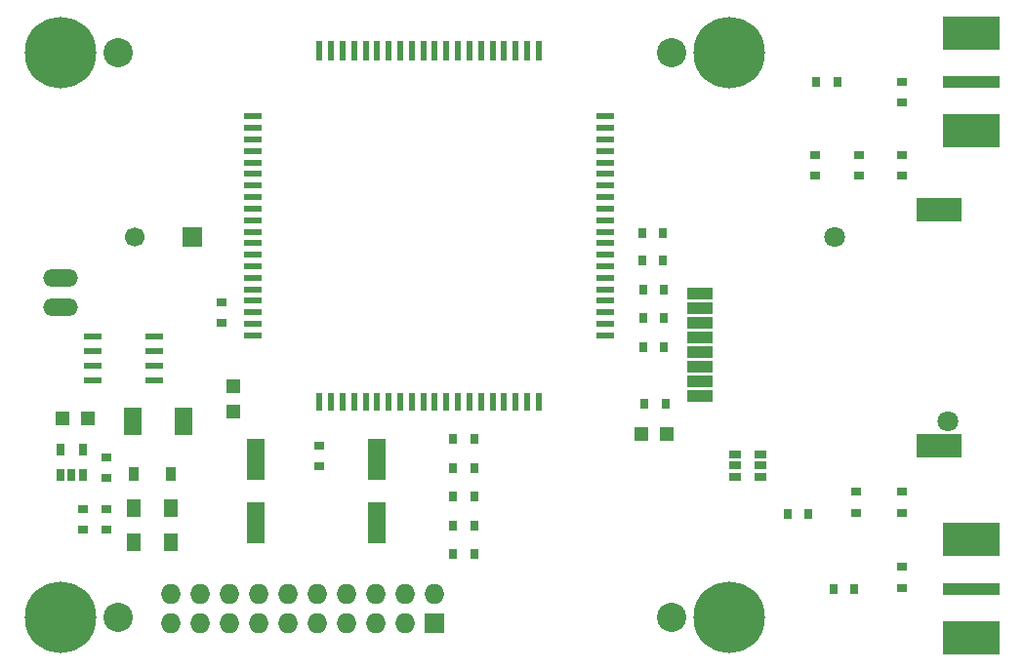
<source format=gts>
G04 #@! TF.FileFunction,Soldermask,Top*
%FSLAX46Y46*%
G04 Gerber Fmt 4.6, Leading zero omitted, Abs format (unit mm)*
G04 Created by KiCad (PCBNEW 4.0.0-rc1-stable) date 10/26/2015 1:25:44 PM*
%MOMM*%
G01*
G04 APERTURE LIST*
%ADD10C,0.100000*%
%ADD11C,6.200000*%
%ADD12R,0.900000X0.700000*%
%ADD13R,1.727200X1.727200*%
%ADD14O,1.727200X1.727200*%
%ADD15R,0.700000X0.900000*%
%ADD16R,0.800000X0.900000*%
%ADD17R,0.900000X0.800000*%
%ADD18R,1.200000X1.600000*%
%ADD19R,1.200000X1.250000*%
%ADD20R,1.250000X1.200000*%
%ADD21R,1.550000X0.600000*%
%ADD22R,0.650000X1.060000*%
%ADD23R,0.600000X1.800000*%
%ADD24R,1.500000X0.600000*%
%ADD25R,0.600000X1.500000*%
%ADD26R,1.060000X0.650000*%
%ADD27O,3.014980X1.506220*%
%ADD28C,2.540000*%
%ADD29R,5.000000X1.100000*%
%ADD30R,5.000000X3.000000*%
%ADD31R,2.300000X1.000000*%
%ADD32R,4.000000X2.000000*%
%ADD33C,1.800000*%
%ADD34R,1.500000X2.400000*%
%ADD35R,0.910000X1.220000*%
%ADD36R,1.600200X3.599180*%
%ADD37C,1.700000*%
%ADD38R,1.700000X1.700000*%
G04 APERTURE END LIST*
D10*
D11*
X117000000Y-135000000D03*
X117000000Y-86000000D03*
X175000000Y-86000000D03*
X175000000Y-135000000D03*
D12*
X186000000Y-125900000D03*
X186000000Y-124100000D03*
X190000000Y-124100000D03*
X190000000Y-125900000D03*
D13*
X149500000Y-135500000D03*
D14*
X149500000Y-132960000D03*
X146960000Y-135500000D03*
X146960000Y-132960000D03*
X144420000Y-135500000D03*
X144420000Y-132960000D03*
X141880000Y-135500000D03*
X141880000Y-132960000D03*
X139340000Y-135500000D03*
X139340000Y-132960000D03*
X136800000Y-135500000D03*
X136800000Y-132960000D03*
X134260000Y-135500000D03*
X134260000Y-132960000D03*
X131720000Y-135500000D03*
X131720000Y-132960000D03*
X129180000Y-135500000D03*
X129180000Y-132960000D03*
X126640000Y-135500000D03*
X126640000Y-132960000D03*
D12*
X190000000Y-132400000D03*
X190000000Y-130600000D03*
D15*
X180100000Y-126000000D03*
X181900000Y-126000000D03*
X185900000Y-132500000D03*
X184100000Y-132500000D03*
X184400000Y-88500000D03*
X182600000Y-88500000D03*
D16*
X152900000Y-119500000D03*
X151100000Y-119500000D03*
X152900000Y-122000000D03*
X151100000Y-122000000D03*
X152900000Y-124500000D03*
X151100000Y-124500000D03*
D17*
X119000000Y-127400000D03*
X119000000Y-125600000D03*
X121000000Y-121100000D03*
X121000000Y-122900000D03*
D16*
X167600000Y-109000000D03*
X169400000Y-109000000D03*
X167600000Y-106500000D03*
X169400000Y-106500000D03*
X167600000Y-111500000D03*
X169400000Y-111500000D03*
X151100000Y-127000000D03*
X152900000Y-127000000D03*
X151100000Y-129500000D03*
X152900000Y-129500000D03*
D12*
X190000000Y-88500000D03*
X190000000Y-90300000D03*
X182500000Y-96650000D03*
X182500000Y-94850000D03*
D17*
X139500000Y-120100000D03*
X139500000Y-121900000D03*
D18*
X126600000Y-125500000D03*
X123400000Y-125500000D03*
X126600000Y-128500000D03*
X123400000Y-128500000D03*
D12*
X121000000Y-127400000D03*
X121000000Y-125600000D03*
D19*
X117200000Y-117700000D03*
X119400000Y-117700000D03*
X167400000Y-119100000D03*
X169600000Y-119100000D03*
D15*
X167700000Y-116400000D03*
X169500000Y-116400000D03*
D12*
X131000000Y-109400000D03*
X131000000Y-107600000D03*
D20*
X132000000Y-114900000D03*
X132000000Y-117100000D03*
D12*
X186250000Y-94850000D03*
X186250000Y-96650000D03*
X190000000Y-96650000D03*
X190000000Y-94850000D03*
D15*
X169300000Y-104000000D03*
X167500000Y-104000000D03*
X169300000Y-101600000D03*
X167500000Y-101600000D03*
D21*
X119800000Y-110595000D03*
X119800000Y-111865000D03*
X119800000Y-113135000D03*
X119800000Y-114405000D03*
X125200000Y-114405000D03*
X125200000Y-113135000D03*
X125200000Y-111865000D03*
X125200000Y-110595000D03*
D22*
X117050000Y-122600000D03*
X118000000Y-122600000D03*
X118950000Y-122600000D03*
X118950000Y-120400000D03*
X117050000Y-120400000D03*
D23*
X158500000Y-85750000D03*
X157500000Y-85750000D03*
X156500000Y-85750000D03*
X155500000Y-85750000D03*
X154500000Y-85750000D03*
X153500000Y-85750000D03*
X152500000Y-85750000D03*
X151500000Y-85750000D03*
X150500000Y-85750000D03*
X149500000Y-85750000D03*
X148500000Y-85750000D03*
X147500000Y-85750000D03*
X146500000Y-85750000D03*
X145500000Y-85750000D03*
X144500000Y-85750000D03*
X143500000Y-85750000D03*
X142500000Y-85750000D03*
X141500000Y-85750000D03*
X140500000Y-85750000D03*
X139500000Y-85750000D03*
D24*
X133750000Y-91500000D03*
X133750000Y-92500000D03*
X133750000Y-93500000D03*
X133750000Y-94500000D03*
X133750000Y-95500000D03*
X133750000Y-96500000D03*
X133750000Y-97500000D03*
X133750000Y-98500000D03*
X133750000Y-99500000D03*
X133750000Y-100500000D03*
X133750000Y-101500000D03*
X133750000Y-102500000D03*
X133750000Y-103500000D03*
X133750000Y-104500000D03*
X133750000Y-105500000D03*
X133750000Y-106500000D03*
X133750000Y-107500000D03*
X133750000Y-108500000D03*
X133750000Y-109500000D03*
X133750000Y-110500000D03*
D25*
X139500000Y-116250000D03*
X140500000Y-116250000D03*
X141500000Y-116250000D03*
X142500000Y-116250000D03*
X143500000Y-116250000D03*
X144500000Y-116250000D03*
X145500000Y-116250000D03*
X146500000Y-116250000D03*
X147500000Y-116250000D03*
X148500000Y-116250000D03*
X149500000Y-116250000D03*
X150500000Y-116250000D03*
X151500000Y-116250000D03*
X152500000Y-116250000D03*
X153500000Y-116250000D03*
X154500000Y-116250000D03*
X155500000Y-116250000D03*
X156500000Y-116250000D03*
X157500000Y-116250000D03*
X158500000Y-116250000D03*
D24*
X164250000Y-110500000D03*
X164250000Y-109500000D03*
X164250000Y-108500000D03*
X164250000Y-107500000D03*
X164250000Y-106500000D03*
X164250000Y-105500000D03*
X164250000Y-104500000D03*
X164250000Y-103500000D03*
X164250000Y-102500000D03*
X164250000Y-101500000D03*
X164250000Y-100500000D03*
X164250000Y-99500000D03*
X164250000Y-98500000D03*
X164250000Y-97500000D03*
X164250000Y-96500000D03*
X164250000Y-95500000D03*
X164250000Y-94500000D03*
X164250000Y-93500000D03*
X164250000Y-92500000D03*
X164250000Y-91500000D03*
D26*
X175500000Y-120850000D03*
X175500000Y-121800000D03*
X175500000Y-122750000D03*
X177700000Y-122750000D03*
X177700000Y-120850000D03*
X177700000Y-121800000D03*
D27*
X117000000Y-105480000D03*
X117000000Y-108020000D03*
D28*
X170000000Y-86000000D03*
X170000000Y-135000000D03*
X122000000Y-135000000D03*
X122000000Y-86000000D03*
D29*
X196000000Y-132500000D03*
D30*
X196000000Y-128250000D03*
X196000000Y-136750000D03*
D29*
X196000000Y-88500000D03*
D30*
X196000000Y-84250000D03*
X196000000Y-92750000D03*
D31*
X172505000Y-106830000D03*
X172505000Y-109370000D03*
X172505000Y-111910000D03*
X172505000Y-115720000D03*
X172505000Y-108100000D03*
X172505000Y-110640000D03*
X172505000Y-113180000D03*
X172505000Y-114450000D03*
D32*
X193200000Y-99550000D03*
X193200000Y-120100000D03*
D33*
X193970000Y-117990000D03*
X184170000Y-101940000D03*
D34*
X123300000Y-118000000D03*
X127700000Y-118000000D03*
D35*
X126635000Y-122500000D03*
X123365000Y-122500000D03*
D36*
X144500000Y-121249180D03*
X144500000Y-126750820D03*
X134000000Y-121249180D03*
X134000000Y-126750820D03*
D37*
X123500000Y-102000000D03*
D38*
X128500000Y-102000000D03*
M02*

</source>
